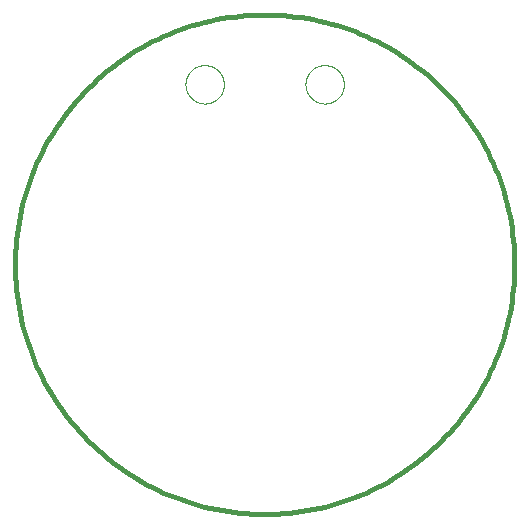
<source format=gbo>
G75*
%MOIN*%
%OFA0B0*%
%FSLAX25Y25*%
%IPPOS*%
%LPD*%
%AMOC8*
5,1,8,0,0,1.08239X$1,22.5*
%
%ADD10C,0.01600*%
%ADD11C,0.00000*%
D10*
X0001800Y0085017D02*
X0001825Y0087059D01*
X0001900Y0089100D01*
X0002025Y0091139D01*
X0002201Y0093174D01*
X0002426Y0095204D01*
X0002701Y0097227D01*
X0003025Y0099244D01*
X0003399Y0101252D01*
X0003822Y0103250D01*
X0004294Y0105237D01*
X0004814Y0107212D01*
X0005383Y0109174D01*
X0006000Y0111121D01*
X0006665Y0113052D01*
X0007376Y0114966D01*
X0008135Y0116863D01*
X0008939Y0118740D01*
X0009790Y0120597D01*
X0010686Y0122432D01*
X0011626Y0124245D01*
X0012611Y0126035D01*
X0013639Y0127799D01*
X0014711Y0129538D01*
X0015825Y0131250D01*
X0016980Y0132934D01*
X0018176Y0134589D01*
X0019413Y0136215D01*
X0020689Y0137809D01*
X0022004Y0139372D01*
X0023357Y0140902D01*
X0024747Y0142398D01*
X0026174Y0143860D01*
X0027636Y0145287D01*
X0029132Y0146677D01*
X0030662Y0148030D01*
X0032225Y0149345D01*
X0033819Y0150621D01*
X0035445Y0151858D01*
X0037100Y0153054D01*
X0038784Y0154209D01*
X0040496Y0155323D01*
X0042235Y0156395D01*
X0043999Y0157423D01*
X0045789Y0158408D01*
X0047602Y0159348D01*
X0049437Y0160244D01*
X0051294Y0161095D01*
X0053171Y0161899D01*
X0055068Y0162658D01*
X0056982Y0163369D01*
X0058913Y0164034D01*
X0060860Y0164651D01*
X0062822Y0165220D01*
X0064797Y0165740D01*
X0066784Y0166212D01*
X0068782Y0166635D01*
X0070790Y0167009D01*
X0072807Y0167333D01*
X0074830Y0167608D01*
X0076860Y0167833D01*
X0078895Y0168009D01*
X0080934Y0168134D01*
X0082975Y0168209D01*
X0085017Y0168234D01*
X0087059Y0168209D01*
X0089100Y0168134D01*
X0091139Y0168009D01*
X0093174Y0167833D01*
X0095204Y0167608D01*
X0097227Y0167333D01*
X0099244Y0167009D01*
X0101252Y0166635D01*
X0103250Y0166212D01*
X0105237Y0165740D01*
X0107212Y0165220D01*
X0109174Y0164651D01*
X0111121Y0164034D01*
X0113052Y0163369D01*
X0114966Y0162658D01*
X0116863Y0161899D01*
X0118740Y0161095D01*
X0120597Y0160244D01*
X0122432Y0159348D01*
X0124245Y0158408D01*
X0126035Y0157423D01*
X0127799Y0156395D01*
X0129538Y0155323D01*
X0131250Y0154209D01*
X0132934Y0153054D01*
X0134589Y0151858D01*
X0136215Y0150621D01*
X0137809Y0149345D01*
X0139372Y0148030D01*
X0140902Y0146677D01*
X0142398Y0145287D01*
X0143860Y0143860D01*
X0145287Y0142398D01*
X0146677Y0140902D01*
X0148030Y0139372D01*
X0149345Y0137809D01*
X0150621Y0136215D01*
X0151858Y0134589D01*
X0153054Y0132934D01*
X0154209Y0131250D01*
X0155323Y0129538D01*
X0156395Y0127799D01*
X0157423Y0126035D01*
X0158408Y0124245D01*
X0159348Y0122432D01*
X0160244Y0120597D01*
X0161095Y0118740D01*
X0161899Y0116863D01*
X0162658Y0114966D01*
X0163369Y0113052D01*
X0164034Y0111121D01*
X0164651Y0109174D01*
X0165220Y0107212D01*
X0165740Y0105237D01*
X0166212Y0103250D01*
X0166635Y0101252D01*
X0167009Y0099244D01*
X0167333Y0097227D01*
X0167608Y0095204D01*
X0167833Y0093174D01*
X0168009Y0091139D01*
X0168134Y0089100D01*
X0168209Y0087059D01*
X0168234Y0085017D01*
X0168209Y0082975D01*
X0168134Y0080934D01*
X0168009Y0078895D01*
X0167833Y0076860D01*
X0167608Y0074830D01*
X0167333Y0072807D01*
X0167009Y0070790D01*
X0166635Y0068782D01*
X0166212Y0066784D01*
X0165740Y0064797D01*
X0165220Y0062822D01*
X0164651Y0060860D01*
X0164034Y0058913D01*
X0163369Y0056982D01*
X0162658Y0055068D01*
X0161899Y0053171D01*
X0161095Y0051294D01*
X0160244Y0049437D01*
X0159348Y0047602D01*
X0158408Y0045789D01*
X0157423Y0043999D01*
X0156395Y0042235D01*
X0155323Y0040496D01*
X0154209Y0038784D01*
X0153054Y0037100D01*
X0151858Y0035445D01*
X0150621Y0033819D01*
X0149345Y0032225D01*
X0148030Y0030662D01*
X0146677Y0029132D01*
X0145287Y0027636D01*
X0143860Y0026174D01*
X0142398Y0024747D01*
X0140902Y0023357D01*
X0139372Y0022004D01*
X0137809Y0020689D01*
X0136215Y0019413D01*
X0134589Y0018176D01*
X0132934Y0016980D01*
X0131250Y0015825D01*
X0129538Y0014711D01*
X0127799Y0013639D01*
X0126035Y0012611D01*
X0124245Y0011626D01*
X0122432Y0010686D01*
X0120597Y0009790D01*
X0118740Y0008939D01*
X0116863Y0008135D01*
X0114966Y0007376D01*
X0113052Y0006665D01*
X0111121Y0006000D01*
X0109174Y0005383D01*
X0107212Y0004814D01*
X0105237Y0004294D01*
X0103250Y0003822D01*
X0101252Y0003399D01*
X0099244Y0003025D01*
X0097227Y0002701D01*
X0095204Y0002426D01*
X0093174Y0002201D01*
X0091139Y0002025D01*
X0089100Y0001900D01*
X0087059Y0001825D01*
X0085017Y0001800D01*
X0082975Y0001825D01*
X0080934Y0001900D01*
X0078895Y0002025D01*
X0076860Y0002201D01*
X0074830Y0002426D01*
X0072807Y0002701D01*
X0070790Y0003025D01*
X0068782Y0003399D01*
X0066784Y0003822D01*
X0064797Y0004294D01*
X0062822Y0004814D01*
X0060860Y0005383D01*
X0058913Y0006000D01*
X0056982Y0006665D01*
X0055068Y0007376D01*
X0053171Y0008135D01*
X0051294Y0008939D01*
X0049437Y0009790D01*
X0047602Y0010686D01*
X0045789Y0011626D01*
X0043999Y0012611D01*
X0042235Y0013639D01*
X0040496Y0014711D01*
X0038784Y0015825D01*
X0037100Y0016980D01*
X0035445Y0018176D01*
X0033819Y0019413D01*
X0032225Y0020689D01*
X0030662Y0022004D01*
X0029132Y0023357D01*
X0027636Y0024747D01*
X0026174Y0026174D01*
X0024747Y0027636D01*
X0023357Y0029132D01*
X0022004Y0030662D01*
X0020689Y0032225D01*
X0019413Y0033819D01*
X0018176Y0035445D01*
X0016980Y0037100D01*
X0015825Y0038784D01*
X0014711Y0040496D01*
X0013639Y0042235D01*
X0012611Y0043999D01*
X0011626Y0045789D01*
X0010686Y0047602D01*
X0009790Y0049437D01*
X0008939Y0051294D01*
X0008135Y0053171D01*
X0007376Y0055068D01*
X0006665Y0056982D01*
X0006000Y0058913D01*
X0005383Y0060860D01*
X0004814Y0062822D01*
X0004294Y0064797D01*
X0003822Y0066784D01*
X0003399Y0068782D01*
X0003025Y0070790D01*
X0002701Y0072807D01*
X0002426Y0074830D01*
X0002201Y0076860D01*
X0002025Y0078895D01*
X0001900Y0080934D01*
X0001825Y0082975D01*
X0001800Y0085017D01*
D11*
X0058617Y0145017D02*
X0058619Y0145177D01*
X0058625Y0145336D01*
X0058635Y0145495D01*
X0058649Y0145654D01*
X0058667Y0145813D01*
X0058688Y0145971D01*
X0058714Y0146128D01*
X0058744Y0146285D01*
X0058777Y0146441D01*
X0058815Y0146596D01*
X0058856Y0146750D01*
X0058901Y0146903D01*
X0058950Y0147055D01*
X0059003Y0147206D01*
X0059059Y0147355D01*
X0059120Y0147503D01*
X0059183Y0147649D01*
X0059251Y0147794D01*
X0059322Y0147937D01*
X0059396Y0148078D01*
X0059474Y0148217D01*
X0059556Y0148354D01*
X0059641Y0148489D01*
X0059729Y0148622D01*
X0059821Y0148753D01*
X0059915Y0148881D01*
X0060013Y0149007D01*
X0060114Y0149131D01*
X0060218Y0149252D01*
X0060325Y0149370D01*
X0060435Y0149486D01*
X0060548Y0149599D01*
X0060664Y0149709D01*
X0060782Y0149816D01*
X0060903Y0149920D01*
X0061027Y0150021D01*
X0061153Y0150119D01*
X0061281Y0150213D01*
X0061412Y0150305D01*
X0061545Y0150393D01*
X0061680Y0150478D01*
X0061817Y0150560D01*
X0061956Y0150638D01*
X0062097Y0150712D01*
X0062240Y0150783D01*
X0062385Y0150851D01*
X0062531Y0150914D01*
X0062679Y0150975D01*
X0062828Y0151031D01*
X0062979Y0151084D01*
X0063131Y0151133D01*
X0063284Y0151178D01*
X0063438Y0151219D01*
X0063593Y0151257D01*
X0063749Y0151290D01*
X0063906Y0151320D01*
X0064063Y0151346D01*
X0064221Y0151367D01*
X0064380Y0151385D01*
X0064539Y0151399D01*
X0064698Y0151409D01*
X0064857Y0151415D01*
X0065017Y0151417D01*
X0065177Y0151415D01*
X0065336Y0151409D01*
X0065495Y0151399D01*
X0065654Y0151385D01*
X0065813Y0151367D01*
X0065971Y0151346D01*
X0066128Y0151320D01*
X0066285Y0151290D01*
X0066441Y0151257D01*
X0066596Y0151219D01*
X0066750Y0151178D01*
X0066903Y0151133D01*
X0067055Y0151084D01*
X0067206Y0151031D01*
X0067355Y0150975D01*
X0067503Y0150914D01*
X0067649Y0150851D01*
X0067794Y0150783D01*
X0067937Y0150712D01*
X0068078Y0150638D01*
X0068217Y0150560D01*
X0068354Y0150478D01*
X0068489Y0150393D01*
X0068622Y0150305D01*
X0068753Y0150213D01*
X0068881Y0150119D01*
X0069007Y0150021D01*
X0069131Y0149920D01*
X0069252Y0149816D01*
X0069370Y0149709D01*
X0069486Y0149599D01*
X0069599Y0149486D01*
X0069709Y0149370D01*
X0069816Y0149252D01*
X0069920Y0149131D01*
X0070021Y0149007D01*
X0070119Y0148881D01*
X0070213Y0148753D01*
X0070305Y0148622D01*
X0070393Y0148489D01*
X0070478Y0148354D01*
X0070560Y0148217D01*
X0070638Y0148078D01*
X0070712Y0147937D01*
X0070783Y0147794D01*
X0070851Y0147649D01*
X0070914Y0147503D01*
X0070975Y0147355D01*
X0071031Y0147206D01*
X0071084Y0147055D01*
X0071133Y0146903D01*
X0071178Y0146750D01*
X0071219Y0146596D01*
X0071257Y0146441D01*
X0071290Y0146285D01*
X0071320Y0146128D01*
X0071346Y0145971D01*
X0071367Y0145813D01*
X0071385Y0145654D01*
X0071399Y0145495D01*
X0071409Y0145336D01*
X0071415Y0145177D01*
X0071417Y0145017D01*
X0071415Y0144857D01*
X0071409Y0144698D01*
X0071399Y0144539D01*
X0071385Y0144380D01*
X0071367Y0144221D01*
X0071346Y0144063D01*
X0071320Y0143906D01*
X0071290Y0143749D01*
X0071257Y0143593D01*
X0071219Y0143438D01*
X0071178Y0143284D01*
X0071133Y0143131D01*
X0071084Y0142979D01*
X0071031Y0142828D01*
X0070975Y0142679D01*
X0070914Y0142531D01*
X0070851Y0142385D01*
X0070783Y0142240D01*
X0070712Y0142097D01*
X0070638Y0141956D01*
X0070560Y0141817D01*
X0070478Y0141680D01*
X0070393Y0141545D01*
X0070305Y0141412D01*
X0070213Y0141281D01*
X0070119Y0141153D01*
X0070021Y0141027D01*
X0069920Y0140903D01*
X0069816Y0140782D01*
X0069709Y0140664D01*
X0069599Y0140548D01*
X0069486Y0140435D01*
X0069370Y0140325D01*
X0069252Y0140218D01*
X0069131Y0140114D01*
X0069007Y0140013D01*
X0068881Y0139915D01*
X0068753Y0139821D01*
X0068622Y0139729D01*
X0068489Y0139641D01*
X0068354Y0139556D01*
X0068217Y0139474D01*
X0068078Y0139396D01*
X0067937Y0139322D01*
X0067794Y0139251D01*
X0067649Y0139183D01*
X0067503Y0139120D01*
X0067355Y0139059D01*
X0067206Y0139003D01*
X0067055Y0138950D01*
X0066903Y0138901D01*
X0066750Y0138856D01*
X0066596Y0138815D01*
X0066441Y0138777D01*
X0066285Y0138744D01*
X0066128Y0138714D01*
X0065971Y0138688D01*
X0065813Y0138667D01*
X0065654Y0138649D01*
X0065495Y0138635D01*
X0065336Y0138625D01*
X0065177Y0138619D01*
X0065017Y0138617D01*
X0064857Y0138619D01*
X0064698Y0138625D01*
X0064539Y0138635D01*
X0064380Y0138649D01*
X0064221Y0138667D01*
X0064063Y0138688D01*
X0063906Y0138714D01*
X0063749Y0138744D01*
X0063593Y0138777D01*
X0063438Y0138815D01*
X0063284Y0138856D01*
X0063131Y0138901D01*
X0062979Y0138950D01*
X0062828Y0139003D01*
X0062679Y0139059D01*
X0062531Y0139120D01*
X0062385Y0139183D01*
X0062240Y0139251D01*
X0062097Y0139322D01*
X0061956Y0139396D01*
X0061817Y0139474D01*
X0061680Y0139556D01*
X0061545Y0139641D01*
X0061412Y0139729D01*
X0061281Y0139821D01*
X0061153Y0139915D01*
X0061027Y0140013D01*
X0060903Y0140114D01*
X0060782Y0140218D01*
X0060664Y0140325D01*
X0060548Y0140435D01*
X0060435Y0140548D01*
X0060325Y0140664D01*
X0060218Y0140782D01*
X0060114Y0140903D01*
X0060013Y0141027D01*
X0059915Y0141153D01*
X0059821Y0141281D01*
X0059729Y0141412D01*
X0059641Y0141545D01*
X0059556Y0141680D01*
X0059474Y0141817D01*
X0059396Y0141956D01*
X0059322Y0142097D01*
X0059251Y0142240D01*
X0059183Y0142385D01*
X0059120Y0142531D01*
X0059059Y0142679D01*
X0059003Y0142828D01*
X0058950Y0142979D01*
X0058901Y0143131D01*
X0058856Y0143284D01*
X0058815Y0143438D01*
X0058777Y0143593D01*
X0058744Y0143749D01*
X0058714Y0143906D01*
X0058688Y0144063D01*
X0058667Y0144221D01*
X0058649Y0144380D01*
X0058635Y0144539D01*
X0058625Y0144698D01*
X0058619Y0144857D01*
X0058617Y0145017D01*
X0098617Y0145017D02*
X0098619Y0145177D01*
X0098625Y0145336D01*
X0098635Y0145495D01*
X0098649Y0145654D01*
X0098667Y0145813D01*
X0098688Y0145971D01*
X0098714Y0146128D01*
X0098744Y0146285D01*
X0098777Y0146441D01*
X0098815Y0146596D01*
X0098856Y0146750D01*
X0098901Y0146903D01*
X0098950Y0147055D01*
X0099003Y0147206D01*
X0099059Y0147355D01*
X0099120Y0147503D01*
X0099183Y0147649D01*
X0099251Y0147794D01*
X0099322Y0147937D01*
X0099396Y0148078D01*
X0099474Y0148217D01*
X0099556Y0148354D01*
X0099641Y0148489D01*
X0099729Y0148622D01*
X0099821Y0148753D01*
X0099915Y0148881D01*
X0100013Y0149007D01*
X0100114Y0149131D01*
X0100218Y0149252D01*
X0100325Y0149370D01*
X0100435Y0149486D01*
X0100548Y0149599D01*
X0100664Y0149709D01*
X0100782Y0149816D01*
X0100903Y0149920D01*
X0101027Y0150021D01*
X0101153Y0150119D01*
X0101281Y0150213D01*
X0101412Y0150305D01*
X0101545Y0150393D01*
X0101680Y0150478D01*
X0101817Y0150560D01*
X0101956Y0150638D01*
X0102097Y0150712D01*
X0102240Y0150783D01*
X0102385Y0150851D01*
X0102531Y0150914D01*
X0102679Y0150975D01*
X0102828Y0151031D01*
X0102979Y0151084D01*
X0103131Y0151133D01*
X0103284Y0151178D01*
X0103438Y0151219D01*
X0103593Y0151257D01*
X0103749Y0151290D01*
X0103906Y0151320D01*
X0104063Y0151346D01*
X0104221Y0151367D01*
X0104380Y0151385D01*
X0104539Y0151399D01*
X0104698Y0151409D01*
X0104857Y0151415D01*
X0105017Y0151417D01*
X0105177Y0151415D01*
X0105336Y0151409D01*
X0105495Y0151399D01*
X0105654Y0151385D01*
X0105813Y0151367D01*
X0105971Y0151346D01*
X0106128Y0151320D01*
X0106285Y0151290D01*
X0106441Y0151257D01*
X0106596Y0151219D01*
X0106750Y0151178D01*
X0106903Y0151133D01*
X0107055Y0151084D01*
X0107206Y0151031D01*
X0107355Y0150975D01*
X0107503Y0150914D01*
X0107649Y0150851D01*
X0107794Y0150783D01*
X0107937Y0150712D01*
X0108078Y0150638D01*
X0108217Y0150560D01*
X0108354Y0150478D01*
X0108489Y0150393D01*
X0108622Y0150305D01*
X0108753Y0150213D01*
X0108881Y0150119D01*
X0109007Y0150021D01*
X0109131Y0149920D01*
X0109252Y0149816D01*
X0109370Y0149709D01*
X0109486Y0149599D01*
X0109599Y0149486D01*
X0109709Y0149370D01*
X0109816Y0149252D01*
X0109920Y0149131D01*
X0110021Y0149007D01*
X0110119Y0148881D01*
X0110213Y0148753D01*
X0110305Y0148622D01*
X0110393Y0148489D01*
X0110478Y0148354D01*
X0110560Y0148217D01*
X0110638Y0148078D01*
X0110712Y0147937D01*
X0110783Y0147794D01*
X0110851Y0147649D01*
X0110914Y0147503D01*
X0110975Y0147355D01*
X0111031Y0147206D01*
X0111084Y0147055D01*
X0111133Y0146903D01*
X0111178Y0146750D01*
X0111219Y0146596D01*
X0111257Y0146441D01*
X0111290Y0146285D01*
X0111320Y0146128D01*
X0111346Y0145971D01*
X0111367Y0145813D01*
X0111385Y0145654D01*
X0111399Y0145495D01*
X0111409Y0145336D01*
X0111415Y0145177D01*
X0111417Y0145017D01*
X0111415Y0144857D01*
X0111409Y0144698D01*
X0111399Y0144539D01*
X0111385Y0144380D01*
X0111367Y0144221D01*
X0111346Y0144063D01*
X0111320Y0143906D01*
X0111290Y0143749D01*
X0111257Y0143593D01*
X0111219Y0143438D01*
X0111178Y0143284D01*
X0111133Y0143131D01*
X0111084Y0142979D01*
X0111031Y0142828D01*
X0110975Y0142679D01*
X0110914Y0142531D01*
X0110851Y0142385D01*
X0110783Y0142240D01*
X0110712Y0142097D01*
X0110638Y0141956D01*
X0110560Y0141817D01*
X0110478Y0141680D01*
X0110393Y0141545D01*
X0110305Y0141412D01*
X0110213Y0141281D01*
X0110119Y0141153D01*
X0110021Y0141027D01*
X0109920Y0140903D01*
X0109816Y0140782D01*
X0109709Y0140664D01*
X0109599Y0140548D01*
X0109486Y0140435D01*
X0109370Y0140325D01*
X0109252Y0140218D01*
X0109131Y0140114D01*
X0109007Y0140013D01*
X0108881Y0139915D01*
X0108753Y0139821D01*
X0108622Y0139729D01*
X0108489Y0139641D01*
X0108354Y0139556D01*
X0108217Y0139474D01*
X0108078Y0139396D01*
X0107937Y0139322D01*
X0107794Y0139251D01*
X0107649Y0139183D01*
X0107503Y0139120D01*
X0107355Y0139059D01*
X0107206Y0139003D01*
X0107055Y0138950D01*
X0106903Y0138901D01*
X0106750Y0138856D01*
X0106596Y0138815D01*
X0106441Y0138777D01*
X0106285Y0138744D01*
X0106128Y0138714D01*
X0105971Y0138688D01*
X0105813Y0138667D01*
X0105654Y0138649D01*
X0105495Y0138635D01*
X0105336Y0138625D01*
X0105177Y0138619D01*
X0105017Y0138617D01*
X0104857Y0138619D01*
X0104698Y0138625D01*
X0104539Y0138635D01*
X0104380Y0138649D01*
X0104221Y0138667D01*
X0104063Y0138688D01*
X0103906Y0138714D01*
X0103749Y0138744D01*
X0103593Y0138777D01*
X0103438Y0138815D01*
X0103284Y0138856D01*
X0103131Y0138901D01*
X0102979Y0138950D01*
X0102828Y0139003D01*
X0102679Y0139059D01*
X0102531Y0139120D01*
X0102385Y0139183D01*
X0102240Y0139251D01*
X0102097Y0139322D01*
X0101956Y0139396D01*
X0101817Y0139474D01*
X0101680Y0139556D01*
X0101545Y0139641D01*
X0101412Y0139729D01*
X0101281Y0139821D01*
X0101153Y0139915D01*
X0101027Y0140013D01*
X0100903Y0140114D01*
X0100782Y0140218D01*
X0100664Y0140325D01*
X0100548Y0140435D01*
X0100435Y0140548D01*
X0100325Y0140664D01*
X0100218Y0140782D01*
X0100114Y0140903D01*
X0100013Y0141027D01*
X0099915Y0141153D01*
X0099821Y0141281D01*
X0099729Y0141412D01*
X0099641Y0141545D01*
X0099556Y0141680D01*
X0099474Y0141817D01*
X0099396Y0141956D01*
X0099322Y0142097D01*
X0099251Y0142240D01*
X0099183Y0142385D01*
X0099120Y0142531D01*
X0099059Y0142679D01*
X0099003Y0142828D01*
X0098950Y0142979D01*
X0098901Y0143131D01*
X0098856Y0143284D01*
X0098815Y0143438D01*
X0098777Y0143593D01*
X0098744Y0143749D01*
X0098714Y0143906D01*
X0098688Y0144063D01*
X0098667Y0144221D01*
X0098649Y0144380D01*
X0098635Y0144539D01*
X0098625Y0144698D01*
X0098619Y0144857D01*
X0098617Y0145017D01*
M02*

</source>
